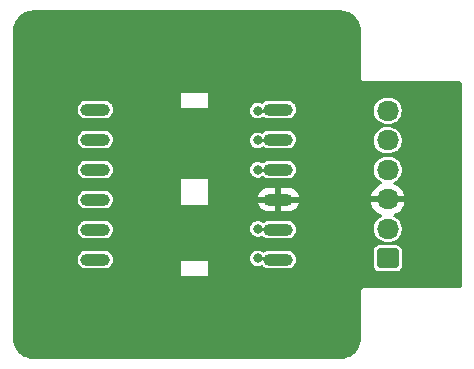
<source format=gbr>
%TF.GenerationSoftware,KiCad,Pcbnew,(6.0.2-0)*%
%TF.CreationDate,2022-03-06T07:34:13+00:00*%
%TF.ProjectId,L86,4c38362e-6b69-4636-9164-5f7063625858,rev?*%
%TF.SameCoordinates,Original*%
%TF.FileFunction,Copper,L1,Top*%
%TF.FilePolarity,Positive*%
%FSLAX46Y46*%
G04 Gerber Fmt 4.6, Leading zero omitted, Abs format (unit mm)*
G04 Created by KiCad (PCBNEW (6.0.2-0)) date 2022-03-06 07:34:13*
%MOMM*%
%LPD*%
G01*
G04 APERTURE LIST*
G04 Aperture macros list*
%AMRoundRect*
0 Rectangle with rounded corners*
0 $1 Rounding radius*
0 $2 $3 $4 $5 $6 $7 $8 $9 X,Y pos of 4 corners*
0 Add a 4 corners polygon primitive as box body*
4,1,4,$2,$3,$4,$5,$6,$7,$8,$9,$2,$3,0*
0 Add four circle primitives for the rounded corners*
1,1,$1+$1,$2,$3*
1,1,$1+$1,$4,$5*
1,1,$1+$1,$6,$7*
1,1,$1+$1,$8,$9*
0 Add four rect primitives between the rounded corners*
20,1,$1+$1,$2,$3,$4,$5,0*
20,1,$1+$1,$4,$5,$6,$7,0*
20,1,$1+$1,$6,$7,$8,$9,0*
20,1,$1+$1,$8,$9,$2,$3,0*%
G04 Aperture macros list end*
%TA.AperFunction,ComponentPad*%
%ADD10RoundRect,0.250000X0.675000X-0.600000X0.675000X0.600000X-0.675000X0.600000X-0.675000X-0.600000X0*%
%TD*%
%TA.AperFunction,ComponentPad*%
%ADD11O,1.850000X1.700000*%
%TD*%
%TA.AperFunction,SMDPad,CuDef*%
%ADD12RoundRect,0.500000X-0.750000X0.000000X0.750000X0.000000X0.750000X0.000000X-0.750000X0.000000X0*%
%TD*%
%TA.AperFunction,ViaPad*%
%ADD13C,0.800000*%
%TD*%
%TA.AperFunction,Conductor*%
%ADD14C,0.250000*%
%TD*%
G04 APERTURE END LIST*
D10*
%TO.P,J1,1,Pin_1*%
%TO.N,Net-(J1-Pad1)*%
X117000000Y-106250000D03*
D11*
%TO.P,J1,2,Pin_2*%
%TO.N,Net-(J1-Pad2)*%
X117000000Y-103750000D03*
%TO.P,J1,3,Pin_3*%
%TO.N,GND*%
X117000000Y-101250000D03*
%TO.P,J1,4,Pin_4*%
%TO.N,Net-(J1-Pad4)*%
X117000000Y-98750000D03*
%TO.P,J1,5,Pin_5*%
%TO.N,Net-(J1-Pad5)*%
X117000000Y-96250000D03*
%TO.P,J1,6,Pin_6*%
%TO.N,Net-(J1-Pad6)*%
X117000000Y-93750000D03*
%TD*%
D12*
%TO.P,U1,1,RXD1*%
%TO.N,Net-(J1-Pad1)*%
X107750000Y-106350000D03*
%TO.P,U1,2,TXD1*%
%TO.N,Net-(J1-Pad2)*%
X107750000Y-103810000D03*
%TO.P,U1,3,GND*%
%TO.N,GND*%
X107750000Y-101270000D03*
%TO.P,U1,4,VCC*%
%TO.N,Net-(J1-Pad4)*%
X107750000Y-98730000D03*
%TO.P,U1,5,V_BKCP*%
%TO.N,Net-(J1-Pad5)*%
X107750000Y-96190000D03*
%TO.P,U1,6,1PPS*%
%TO.N,Net-(J1-Pad6)*%
X107750000Y-93650000D03*
%TO.P,U1,7,FORCE_ON*%
%TO.N,unconnected-(U1-Pad7)*%
X92250000Y-93650000D03*
%TO.P,U1,8,AADET_N*%
%TO.N,unconnected-(U1-Pad8)*%
X92250000Y-96190000D03*
%TO.P,U1,9,NC*%
%TO.N,unconnected-(U1-Pad9)*%
X92250000Y-98730000D03*
%TO.P,U1,10,RESET*%
%TO.N,unconnected-(U1-Pad10)*%
X92250000Y-101270000D03*
%TO.P,U1,11,EX_ANT*%
%TO.N,unconnected-(U1-Pad11)*%
X92250000Y-103810000D03*
%TO.P,U1,12,GND*%
%TO.N,unconnected-(U1-Pad12)*%
X92250000Y-106350000D03*
%TD*%
D13*
%TO.N,Net-(J1-Pad1)*%
X106000000Y-106250000D03*
%TO.N,Net-(J1-Pad2)*%
X106000000Y-103750000D03*
%TO.N,Net-(J1-Pad4)*%
X106000000Y-98750000D03*
%TO.N,Net-(J1-Pad5)*%
X106000000Y-96250000D03*
%TO.N,Net-(J1-Pad6)*%
X106000000Y-93750000D03*
%TD*%
D14*
%TO.N,Net-(J1-Pad1)*%
X106000000Y-106250000D02*
X107650000Y-106250000D01*
X107650000Y-106250000D02*
X107750000Y-106350000D01*
%TO.N,Net-(J1-Pad2)*%
X106000000Y-103750000D02*
X107690000Y-103750000D01*
X107690000Y-103750000D02*
X107750000Y-103810000D01*
%TO.N,Net-(J1-Pad4)*%
X107730000Y-98750000D02*
X107750000Y-98730000D01*
X106000000Y-98750000D02*
X107730000Y-98750000D01*
%TO.N,Net-(J1-Pad5)*%
X107690000Y-96250000D02*
X107750000Y-96190000D01*
X106000000Y-96250000D02*
X107690000Y-96250000D01*
%TO.N,Net-(J1-Pad6)*%
X107650000Y-93750000D02*
X107750000Y-93650000D01*
X106000000Y-93750000D02*
X107650000Y-93750000D01*
%TD*%
%TA.AperFunction,Conductor*%
%TO.N,GND*%
G36*
X112987153Y-85256421D02*
G01*
X113000000Y-85258976D01*
X113012171Y-85256555D01*
X113024581Y-85256555D01*
X113024581Y-85257198D01*
X113035326Y-85256527D01*
X113239491Y-85271129D01*
X113257285Y-85273687D01*
X113483101Y-85322810D01*
X113500350Y-85327875D01*
X113583148Y-85358757D01*
X113716877Y-85408635D01*
X113733226Y-85416102D01*
X113936049Y-85526852D01*
X113951173Y-85536571D01*
X114136176Y-85675063D01*
X114149762Y-85686836D01*
X114313164Y-85850238D01*
X114324937Y-85863824D01*
X114463429Y-86048827D01*
X114473148Y-86063951D01*
X114583898Y-86266774D01*
X114591367Y-86283127D01*
X114672125Y-86499650D01*
X114677190Y-86516899D01*
X114726313Y-86742715D01*
X114728871Y-86760509D01*
X114743473Y-86964674D01*
X114742802Y-86975419D01*
X114743445Y-86975419D01*
X114743445Y-86987829D01*
X114741024Y-87000000D01*
X114743445Y-87012170D01*
X114743579Y-87012844D01*
X114746000Y-87037425D01*
X114746000Y-90962575D01*
X114743579Y-90987153D01*
X114741024Y-91000000D01*
X114746000Y-91025017D01*
X114760737Y-91099106D01*
X114816876Y-91183124D01*
X114900894Y-91239263D01*
X115000000Y-91258976D01*
X115012847Y-91256421D01*
X115037425Y-91254000D01*
X123120000Y-91254000D01*
X123188121Y-91274002D01*
X123234614Y-91327658D01*
X123246000Y-91380000D01*
X123246000Y-108620000D01*
X123225998Y-108688121D01*
X123172342Y-108734614D01*
X123120000Y-108746000D01*
X115037425Y-108746000D01*
X115012847Y-108743579D01*
X115000000Y-108741024D01*
X114987828Y-108743445D01*
X114974983Y-108746000D01*
X114900894Y-108760737D01*
X114816876Y-108816876D01*
X114760737Y-108900894D01*
X114741024Y-109000000D01*
X114743445Y-109012170D01*
X114743579Y-109012844D01*
X114746000Y-109037425D01*
X114746000Y-112962575D01*
X114743579Y-112987153D01*
X114741024Y-113000000D01*
X114743445Y-113012171D01*
X114743445Y-113024581D01*
X114742802Y-113024581D01*
X114743473Y-113035326D01*
X114728871Y-113239491D01*
X114726313Y-113257285D01*
X114677190Y-113483101D01*
X114672125Y-113500350D01*
X114591367Y-113716873D01*
X114583898Y-113733226D01*
X114473148Y-113936049D01*
X114463429Y-113951173D01*
X114324937Y-114136176D01*
X114313164Y-114149762D01*
X114149762Y-114313164D01*
X114136176Y-114324937D01*
X113951173Y-114463429D01*
X113936049Y-114473148D01*
X113733226Y-114583898D01*
X113716877Y-114591365D01*
X113583148Y-114641243D01*
X113500350Y-114672125D01*
X113483101Y-114677190D01*
X113257285Y-114726313D01*
X113239491Y-114728871D01*
X113035326Y-114743473D01*
X113024581Y-114742802D01*
X113024581Y-114743445D01*
X113012171Y-114743445D01*
X113000000Y-114741024D01*
X112987153Y-114743579D01*
X112962575Y-114746000D01*
X87037425Y-114746000D01*
X87012847Y-114743579D01*
X87000000Y-114741024D01*
X86987829Y-114743445D01*
X86975419Y-114743445D01*
X86975419Y-114742802D01*
X86964674Y-114743473D01*
X86760509Y-114728871D01*
X86742715Y-114726313D01*
X86516899Y-114677190D01*
X86499650Y-114672125D01*
X86416852Y-114641243D01*
X86283123Y-114591365D01*
X86266774Y-114583898D01*
X86063951Y-114473148D01*
X86048827Y-114463429D01*
X85863824Y-114324937D01*
X85850238Y-114313164D01*
X85686836Y-114149762D01*
X85675063Y-114136176D01*
X85536571Y-113951173D01*
X85526852Y-113936049D01*
X85416102Y-113733226D01*
X85408633Y-113716873D01*
X85327875Y-113500350D01*
X85322810Y-113483101D01*
X85273687Y-113257285D01*
X85271129Y-113239491D01*
X85256527Y-113035326D01*
X85257198Y-113024581D01*
X85256555Y-113024581D01*
X85256555Y-113012171D01*
X85258976Y-113000000D01*
X85256421Y-112987153D01*
X85254000Y-112962575D01*
X85254000Y-107750000D01*
X99500000Y-107750000D01*
X101750000Y-107750000D01*
X101750000Y-106500000D01*
X99500000Y-106500000D01*
X99500000Y-107750000D01*
X85254000Y-107750000D01*
X85254000Y-106400128D01*
X90745500Y-106400128D01*
X90756417Y-106505343D01*
X90758598Y-106511879D01*
X90758598Y-106511881D01*
X90804764Y-106650257D01*
X90812097Y-106672237D01*
X90904678Y-106821846D01*
X91029194Y-106946144D01*
X91178964Y-107038464D01*
X91185912Y-107040769D01*
X91185913Y-107040769D01*
X91339424Y-107091687D01*
X91339426Y-107091687D01*
X91345955Y-107093853D01*
X91449872Y-107104500D01*
X93050128Y-107104500D01*
X93053374Y-107104163D01*
X93053378Y-107104163D01*
X93148485Y-107094295D01*
X93148489Y-107094294D01*
X93155343Y-107093583D01*
X93161879Y-107091402D01*
X93161881Y-107091402D01*
X93300257Y-107045236D01*
X93322237Y-107037903D01*
X93461706Y-106951597D01*
X93465620Y-106949175D01*
X93465621Y-106949174D01*
X93471846Y-106945322D01*
X93596144Y-106820806D01*
X93688464Y-106671036D01*
X93728836Y-106549319D01*
X93741687Y-106510576D01*
X93741687Y-106510574D01*
X93743853Y-106504045D01*
X93754500Y-106400128D01*
X93754500Y-106299872D01*
X93754163Y-106296622D01*
X93748609Y-106243096D01*
X105340729Y-106243096D01*
X105358113Y-106400553D01*
X105360723Y-106407684D01*
X105360723Y-106407686D01*
X105399463Y-106513548D01*
X105412553Y-106549319D01*
X105416789Y-106555622D01*
X105416789Y-106555623D01*
X105495151Y-106672237D01*
X105500908Y-106680805D01*
X105618076Y-106787419D01*
X105757293Y-106863008D01*
X105910522Y-106903207D01*
X105994477Y-106904526D01*
X106061319Y-106905576D01*
X106061322Y-106905576D01*
X106068916Y-106905695D01*
X106223332Y-106870329D01*
X106294961Y-106834304D01*
X106364804Y-106821566D01*
X106430448Y-106848610D01*
X106440590Y-106857695D01*
X106529194Y-106946144D01*
X106678964Y-107038464D01*
X106685912Y-107040769D01*
X106685913Y-107040769D01*
X106839424Y-107091687D01*
X106839426Y-107091687D01*
X106845955Y-107093853D01*
X106949872Y-107104500D01*
X108550128Y-107104500D01*
X108553374Y-107104163D01*
X108553378Y-107104163D01*
X108648485Y-107094295D01*
X108648489Y-107094294D01*
X108655343Y-107093583D01*
X108661879Y-107091402D01*
X108661881Y-107091402D01*
X108800257Y-107045236D01*
X108822237Y-107037903D01*
X108961706Y-106951597D01*
X108965620Y-106949175D01*
X108965621Y-106949174D01*
X108971846Y-106945322D01*
X109019329Y-106897756D01*
X115820500Y-106897756D01*
X115820869Y-106901152D01*
X115820869Y-106901153D01*
X115821350Y-106905576D01*
X115827202Y-106959448D01*
X115877929Y-107094764D01*
X115883309Y-107101943D01*
X115883311Y-107101946D01*
X115949287Y-107189977D01*
X115964596Y-107210404D01*
X115971776Y-107215785D01*
X116073054Y-107291689D01*
X116073057Y-107291691D01*
X116080236Y-107297071D01*
X116169954Y-107330704D01*
X116208157Y-107345026D01*
X116208159Y-107345026D01*
X116215552Y-107347798D01*
X116223402Y-107348651D01*
X116223403Y-107348651D01*
X116273847Y-107354131D01*
X116277244Y-107354500D01*
X117722756Y-107354500D01*
X117726153Y-107354131D01*
X117776597Y-107348651D01*
X117776598Y-107348651D01*
X117784448Y-107347798D01*
X117791841Y-107345026D01*
X117791843Y-107345026D01*
X117830046Y-107330704D01*
X117919764Y-107297071D01*
X117926943Y-107291691D01*
X117926946Y-107291689D01*
X118028224Y-107215785D01*
X118035404Y-107210404D01*
X118050713Y-107189977D01*
X118116689Y-107101946D01*
X118116691Y-107101943D01*
X118122071Y-107094764D01*
X118172798Y-106959448D01*
X118178651Y-106905576D01*
X118179131Y-106901153D01*
X118179131Y-106901152D01*
X118179500Y-106897756D01*
X118179500Y-105602244D01*
X118172798Y-105540552D01*
X118122071Y-105405236D01*
X118116691Y-105398057D01*
X118116689Y-105398054D01*
X118040785Y-105296776D01*
X118035404Y-105289596D01*
X118014977Y-105274287D01*
X117926946Y-105208311D01*
X117926943Y-105208309D01*
X117919764Y-105202929D01*
X117830046Y-105169296D01*
X117791843Y-105154974D01*
X117791841Y-105154974D01*
X117784448Y-105152202D01*
X117776598Y-105151349D01*
X117776597Y-105151349D01*
X117726153Y-105145869D01*
X117726152Y-105145869D01*
X117722756Y-105145500D01*
X116277244Y-105145500D01*
X116273848Y-105145869D01*
X116273847Y-105145869D01*
X116223403Y-105151349D01*
X116223402Y-105151349D01*
X116215552Y-105152202D01*
X116208159Y-105154974D01*
X116208157Y-105154974D01*
X116169954Y-105169296D01*
X116080236Y-105202929D01*
X116073057Y-105208309D01*
X116073054Y-105208311D01*
X115985023Y-105274287D01*
X115964596Y-105289596D01*
X115959215Y-105296776D01*
X115883311Y-105398054D01*
X115883309Y-105398057D01*
X115877929Y-105405236D01*
X115827202Y-105540552D01*
X115820500Y-105602244D01*
X115820500Y-106897756D01*
X109019329Y-106897756D01*
X109096144Y-106820806D01*
X109188464Y-106671036D01*
X109228836Y-106549319D01*
X109241687Y-106510576D01*
X109241687Y-106510574D01*
X109243853Y-106504045D01*
X109254500Y-106400128D01*
X109254500Y-106299872D01*
X109254163Y-106296622D01*
X109244295Y-106201515D01*
X109244294Y-106201511D01*
X109243583Y-106194657D01*
X109187903Y-106027763D01*
X109095322Y-105878154D01*
X108970806Y-105753856D01*
X108821036Y-105661536D01*
X108814087Y-105659231D01*
X108660576Y-105608313D01*
X108660574Y-105608313D01*
X108654045Y-105606147D01*
X108550128Y-105595500D01*
X106949872Y-105595500D01*
X106946626Y-105595837D01*
X106946622Y-105595837D01*
X106851515Y-105605705D01*
X106851511Y-105605706D01*
X106844657Y-105606417D01*
X106838121Y-105608598D01*
X106838119Y-105608598D01*
X106757412Y-105635524D01*
X106677763Y-105662097D01*
X106671535Y-105665951D01*
X106671533Y-105665952D01*
X106627831Y-105692996D01*
X106548974Y-105741794D01*
X106480523Y-105760632D01*
X106412754Y-105739471D01*
X106398854Y-105728727D01*
X106381951Y-105713667D01*
X106381945Y-105713663D01*
X106376275Y-105708611D01*
X106368889Y-105704700D01*
X106242988Y-105638039D01*
X106242989Y-105638039D01*
X106236274Y-105634484D01*
X106082633Y-105595892D01*
X106075034Y-105595852D01*
X106075033Y-105595852D01*
X106009181Y-105595507D01*
X105924221Y-105595062D01*
X105916841Y-105596834D01*
X105916839Y-105596834D01*
X105777563Y-105630271D01*
X105777560Y-105630272D01*
X105770184Y-105632043D01*
X105629414Y-105704700D01*
X105510039Y-105808838D01*
X105418950Y-105938444D01*
X105416190Y-105945524D01*
X105386088Y-106022732D01*
X105361406Y-106086037D01*
X105360414Y-106093570D01*
X105360414Y-106093571D01*
X105347967Y-106188119D01*
X105340729Y-106243096D01*
X93748609Y-106243096D01*
X93744295Y-106201515D01*
X93744294Y-106201511D01*
X93743583Y-106194657D01*
X93687903Y-106027763D01*
X93595322Y-105878154D01*
X93470806Y-105753856D01*
X93321036Y-105661536D01*
X93314087Y-105659231D01*
X93160576Y-105608313D01*
X93160574Y-105608313D01*
X93154045Y-105606147D01*
X93050128Y-105595500D01*
X91449872Y-105595500D01*
X91446626Y-105595837D01*
X91446622Y-105595837D01*
X91351515Y-105605705D01*
X91351511Y-105605706D01*
X91344657Y-105606417D01*
X91338121Y-105608598D01*
X91338119Y-105608598D01*
X91257412Y-105635524D01*
X91177763Y-105662097D01*
X91171531Y-105665953D01*
X91171532Y-105665953D01*
X91035688Y-105750016D01*
X91028154Y-105754678D01*
X90903856Y-105879194D01*
X90811536Y-106028964D01*
X90809231Y-106035912D01*
X90809231Y-106035913D01*
X90790107Y-106093571D01*
X90756147Y-106195955D01*
X90745500Y-106299872D01*
X90745500Y-106400128D01*
X85254000Y-106400128D01*
X85254000Y-103860128D01*
X90745500Y-103860128D01*
X90745837Y-103863374D01*
X90745837Y-103863378D01*
X90750899Y-103912158D01*
X90756417Y-103965343D01*
X90812097Y-104132237D01*
X90904678Y-104281846D01*
X91029194Y-104406144D01*
X91178964Y-104498464D01*
X91185912Y-104500769D01*
X91185913Y-104500769D01*
X91339424Y-104551687D01*
X91339426Y-104551687D01*
X91345955Y-104553853D01*
X91449872Y-104564500D01*
X93050128Y-104564500D01*
X93053374Y-104564163D01*
X93053378Y-104564163D01*
X93148485Y-104554295D01*
X93148489Y-104554294D01*
X93155343Y-104553583D01*
X93161879Y-104551402D01*
X93161881Y-104551402D01*
X93300257Y-104505236D01*
X93322237Y-104497903D01*
X93379253Y-104462620D01*
X93465620Y-104409175D01*
X93465621Y-104409174D01*
X93471846Y-104405322D01*
X93596144Y-104280806D01*
X93688464Y-104131036D01*
X93695035Y-104111226D01*
X93741687Y-103970576D01*
X93741687Y-103970574D01*
X93743853Y-103964045D01*
X93754500Y-103860128D01*
X93754500Y-103759872D01*
X93753543Y-103750646D01*
X93752760Y-103743096D01*
X105340729Y-103743096D01*
X105342942Y-103763138D01*
X105354009Y-103863378D01*
X105358113Y-103900553D01*
X105360723Y-103907684D01*
X105360723Y-103907686D01*
X105401254Y-104018442D01*
X105412553Y-104049319D01*
X105416789Y-104055622D01*
X105416789Y-104055623D01*
X105468272Y-104132237D01*
X105500908Y-104180805D01*
X105506527Y-104185918D01*
X105506528Y-104185919D01*
X105605109Y-104275620D01*
X105618076Y-104287419D01*
X105757293Y-104363008D01*
X105910522Y-104403207D01*
X105994477Y-104404526D01*
X106061319Y-104405576D01*
X106061322Y-104405576D01*
X106068916Y-104405695D01*
X106223332Y-104370329D01*
X106245092Y-104359385D01*
X106321606Y-104320903D01*
X106391451Y-104308165D01*
X106457095Y-104335209D01*
X106467224Y-104344282D01*
X106529194Y-104406144D01*
X106678964Y-104498464D01*
X106685912Y-104500769D01*
X106685913Y-104500769D01*
X106839424Y-104551687D01*
X106839426Y-104551687D01*
X106845955Y-104553853D01*
X106949872Y-104564500D01*
X108550128Y-104564500D01*
X108553374Y-104564163D01*
X108553378Y-104564163D01*
X108648485Y-104554295D01*
X108648489Y-104554294D01*
X108655343Y-104553583D01*
X108661879Y-104551402D01*
X108661881Y-104551402D01*
X108800257Y-104505236D01*
X108822237Y-104497903D01*
X108879253Y-104462620D01*
X108965620Y-104409175D01*
X108965621Y-104409174D01*
X108971846Y-104405322D01*
X109096144Y-104280806D01*
X109188464Y-104131036D01*
X109195035Y-104111226D01*
X109241687Y-103970576D01*
X109241687Y-103970574D01*
X109243853Y-103964045D01*
X109254500Y-103860128D01*
X109254500Y-103759872D01*
X109253543Y-103750646D01*
X109244295Y-103661515D01*
X109244294Y-103661511D01*
X109243583Y-103654657D01*
X109187903Y-103487763D01*
X109095322Y-103338154D01*
X108970806Y-103213856D01*
X108821036Y-103121536D01*
X108788937Y-103110889D01*
X108660576Y-103068313D01*
X108660574Y-103068313D01*
X108654045Y-103066147D01*
X108550128Y-103055500D01*
X106949872Y-103055500D01*
X106946626Y-103055837D01*
X106946622Y-103055837D01*
X106851515Y-103065705D01*
X106851511Y-103065706D01*
X106844657Y-103066417D01*
X106838121Y-103068598D01*
X106838119Y-103068598D01*
X106750761Y-103097743D01*
X106677763Y-103122097D01*
X106528154Y-103214678D01*
X106527454Y-103213547D01*
X106468784Y-103237297D01*
X106399019Y-103224130D01*
X106384414Y-103215380D01*
X106381951Y-103213668D01*
X106376275Y-103208611D01*
X106236274Y-103134484D01*
X106082633Y-103095892D01*
X106075034Y-103095852D01*
X106075033Y-103095852D01*
X106009181Y-103095507D01*
X105924221Y-103095062D01*
X105916841Y-103096834D01*
X105916839Y-103096834D01*
X105777563Y-103130271D01*
X105777560Y-103130272D01*
X105770184Y-103132043D01*
X105629414Y-103204700D01*
X105510039Y-103308838D01*
X105418950Y-103438444D01*
X105361406Y-103586037D01*
X105360414Y-103593570D01*
X105360414Y-103593571D01*
X105346956Y-103695800D01*
X105340729Y-103743096D01*
X93752760Y-103743096D01*
X93744295Y-103661515D01*
X93744294Y-103661511D01*
X93743583Y-103654657D01*
X93687903Y-103487763D01*
X93595322Y-103338154D01*
X93470806Y-103213856D01*
X93321036Y-103121536D01*
X93288937Y-103110889D01*
X93160576Y-103068313D01*
X93160574Y-103068313D01*
X93154045Y-103066147D01*
X93050128Y-103055500D01*
X91449872Y-103055500D01*
X91446626Y-103055837D01*
X91446622Y-103055837D01*
X91351515Y-103065705D01*
X91351511Y-103065706D01*
X91344657Y-103066417D01*
X91338121Y-103068598D01*
X91338119Y-103068598D01*
X91250761Y-103097743D01*
X91177763Y-103122097D01*
X91157746Y-103134484D01*
X91035688Y-103210016D01*
X91028154Y-103214678D01*
X90903856Y-103339194D01*
X90811536Y-103488964D01*
X90756147Y-103655955D01*
X90745500Y-103759872D01*
X90745500Y-103860128D01*
X85254000Y-103860128D01*
X85254000Y-101320128D01*
X90745500Y-101320128D01*
X90756417Y-101425343D01*
X90812097Y-101592237D01*
X90904678Y-101741846D01*
X91029194Y-101866144D01*
X91178964Y-101958464D01*
X91185912Y-101960769D01*
X91185913Y-101960769D01*
X91339424Y-102011687D01*
X91339426Y-102011687D01*
X91345955Y-102013853D01*
X91449872Y-102024500D01*
X93050128Y-102024500D01*
X93053374Y-102024163D01*
X93053378Y-102024163D01*
X93148485Y-102014295D01*
X93148489Y-102014294D01*
X93155343Y-102013583D01*
X93161879Y-102011402D01*
X93161881Y-102011402D01*
X93300257Y-101965236D01*
X93322237Y-101957903D01*
X93403236Y-101907779D01*
X93465620Y-101869175D01*
X93465621Y-101869174D01*
X93471846Y-101865322D01*
X93586966Y-101750000D01*
X99500000Y-101750000D01*
X101750000Y-101750000D01*
X101750000Y-101543533D01*
X106026823Y-101543533D01*
X106030163Y-101560096D01*
X106033750Y-101571828D01*
X106104978Y-101742943D01*
X106110778Y-101753759D01*
X106213885Y-101907779D01*
X106221678Y-101917266D01*
X106352734Y-102048322D01*
X106362221Y-102056115D01*
X106516241Y-102159222D01*
X106527057Y-102165022D01*
X106698167Y-102236248D01*
X106709909Y-102239838D01*
X106893055Y-102276767D01*
X106902267Y-102277923D01*
X106905319Y-102278000D01*
X107477885Y-102278000D01*
X107493124Y-102273525D01*
X107494329Y-102272135D01*
X107496000Y-102264452D01*
X107496000Y-102259885D01*
X108004000Y-102259885D01*
X108008475Y-102275124D01*
X108009865Y-102276329D01*
X108017548Y-102278000D01*
X108594681Y-102278000D01*
X108597733Y-102277923D01*
X108606945Y-102276767D01*
X108790091Y-102239838D01*
X108801833Y-102236248D01*
X108972943Y-102165022D01*
X108983759Y-102159222D01*
X109137779Y-102056115D01*
X109147266Y-102048322D01*
X109278322Y-101917266D01*
X109286115Y-101907779D01*
X109389222Y-101753759D01*
X109395022Y-101742943D01*
X109466250Y-101571828D01*
X109469837Y-101560096D01*
X109473535Y-101541758D01*
X109472421Y-101528941D01*
X109457188Y-101524000D01*
X108022115Y-101524000D01*
X108006876Y-101528475D01*
X108005671Y-101529865D01*
X108004000Y-101537548D01*
X108004000Y-102259885D01*
X107496000Y-102259885D01*
X107496000Y-101542115D01*
X107491525Y-101526876D01*
X107490135Y-101525671D01*
X107482452Y-101524000D01*
X106041000Y-101524000D01*
X106028656Y-101527624D01*
X106026823Y-101543533D01*
X101750000Y-101543533D01*
X101750000Y-101518580D01*
X115593752Y-101518580D01*
X115618477Y-101636421D01*
X115621537Y-101646617D01*
X115702263Y-101851029D01*
X115706994Y-101860561D01*
X115821016Y-102048462D01*
X115827280Y-102057052D01*
X115971327Y-102223052D01*
X115978958Y-102230472D01*
X116148911Y-102369826D01*
X116157678Y-102375850D01*
X116348682Y-102484576D01*
X116358345Y-102489041D01*
X116440788Y-102518966D01*
X116497996Y-102561010D01*
X116523392Y-102627309D01*
X116508912Y-102696814D01*
X116455490Y-102749421D01*
X116325590Y-102816324D01*
X116320875Y-102820028D01*
X116164568Y-102942808D01*
X116164564Y-102942812D01*
X116159851Y-102946514D01*
X116155920Y-102951044D01*
X116155919Y-102951045D01*
X116025650Y-103101165D01*
X116025646Y-103101170D01*
X116021719Y-103105696D01*
X115916181Y-103288126D01*
X115847043Y-103487222D01*
X115846183Y-103493155D01*
X115846182Y-103493158D01*
X115817662Y-103689860D01*
X115816801Y-103695800D01*
X115826545Y-103906333D01*
X115875924Y-104111226D01*
X115878406Y-104116684D01*
X115878407Y-104116688D01*
X115888310Y-104138468D01*
X115963157Y-104303084D01*
X116085096Y-104474986D01*
X116237340Y-104620728D01*
X116242375Y-104623979D01*
X116409360Y-104731800D01*
X116409363Y-104731801D01*
X116414397Y-104735052D01*
X116609878Y-104813834D01*
X116732688Y-104837817D01*
X116812283Y-104853361D01*
X116812286Y-104853361D01*
X116816729Y-104854229D01*
X116822270Y-104854500D01*
X117127659Y-104854500D01*
X117284806Y-104839507D01*
X117487042Y-104780177D01*
X117570304Y-104737294D01*
X117669079Y-104686422D01*
X117669082Y-104686420D01*
X117674410Y-104683676D01*
X117750408Y-104623979D01*
X117835432Y-104557192D01*
X117835436Y-104557188D01*
X117840149Y-104553486D01*
X117885895Y-104500769D01*
X117974350Y-104398835D01*
X117974354Y-104398830D01*
X117978281Y-104394304D01*
X118083819Y-104211874D01*
X118152957Y-104012778D01*
X118161016Y-103957200D01*
X118182338Y-103810140D01*
X118182338Y-103810137D01*
X118183199Y-103804200D01*
X118173455Y-103593667D01*
X118149897Y-103495913D01*
X118125482Y-103394607D01*
X118125481Y-103394605D01*
X118124076Y-103388774D01*
X118101061Y-103338154D01*
X118055203Y-103237297D01*
X118036843Y-103196916D01*
X117914904Y-103025014D01*
X117762660Y-102879272D01*
X117665171Y-102816324D01*
X117590640Y-102768200D01*
X117590637Y-102768199D01*
X117585603Y-102764948D01*
X117575643Y-102760934D01*
X117560226Y-102754720D01*
X117504521Y-102710704D01*
X117481456Y-102643558D01*
X117498354Y-102574602D01*
X117555576Y-102522973D01*
X117732970Y-102443063D01*
X117742256Y-102437894D01*
X117924575Y-102315150D01*
X117932870Y-102308481D01*
X118091900Y-102156772D01*
X118098941Y-102148814D01*
X118230141Y-101972475D01*
X118235745Y-101963438D01*
X118335357Y-101767516D01*
X118339357Y-101757665D01*
X118404534Y-101547760D01*
X118406817Y-101537376D01*
X118408861Y-101521957D01*
X118406665Y-101507793D01*
X118393478Y-101504000D01*
X115608808Y-101504000D01*
X115595277Y-101507973D01*
X115593752Y-101518580D01*
X101750000Y-101518580D01*
X101750000Y-100998242D01*
X106026465Y-100998242D01*
X106027579Y-101011059D01*
X106042812Y-101016000D01*
X107477885Y-101016000D01*
X107493124Y-101011525D01*
X107494329Y-101010135D01*
X107496000Y-101002452D01*
X107496000Y-100997885D01*
X108004000Y-100997885D01*
X108008475Y-101013124D01*
X108009865Y-101014329D01*
X108017548Y-101016000D01*
X109459000Y-101016000D01*
X109471344Y-101012376D01*
X109473177Y-100996467D01*
X109469837Y-100979904D01*
X109469268Y-100978043D01*
X115591139Y-100978043D01*
X115593335Y-100992207D01*
X115606522Y-100996000D01*
X118391192Y-100996000D01*
X118404723Y-100992027D01*
X118406248Y-100981420D01*
X118381523Y-100863579D01*
X118378463Y-100853383D01*
X118297737Y-100648971D01*
X118293006Y-100639439D01*
X118178984Y-100451538D01*
X118172720Y-100442948D01*
X118028673Y-100276948D01*
X118021042Y-100269528D01*
X117851089Y-100130174D01*
X117842322Y-100124150D01*
X117651318Y-100015424D01*
X117641655Y-100010959D01*
X117559212Y-99981034D01*
X117502004Y-99938990D01*
X117476608Y-99872691D01*
X117491088Y-99803186D01*
X117544510Y-99750579D01*
X117545350Y-99750147D01*
X117674410Y-99683676D01*
X117750408Y-99623979D01*
X117835432Y-99557192D01*
X117835436Y-99557188D01*
X117840149Y-99553486D01*
X117882679Y-99504475D01*
X117974350Y-99398835D01*
X117974354Y-99398830D01*
X117978281Y-99394304D01*
X118083819Y-99211874D01*
X118152957Y-99012778D01*
X118168195Y-98907686D01*
X118182338Y-98810140D01*
X118182338Y-98810137D01*
X118183199Y-98804200D01*
X118173455Y-98593667D01*
X118170527Y-98581515D01*
X118125482Y-98394607D01*
X118125481Y-98394605D01*
X118124076Y-98388774D01*
X118090557Y-98315052D01*
X118058900Y-98245428D01*
X118036843Y-98196916D01*
X117914904Y-98025014D01*
X117762660Y-97879272D01*
X117660918Y-97813578D01*
X117590640Y-97768200D01*
X117590637Y-97768199D01*
X117585603Y-97764948D01*
X117390122Y-97686166D01*
X117255739Y-97659923D01*
X117187717Y-97646639D01*
X117187714Y-97646639D01*
X117183271Y-97645771D01*
X117177730Y-97645500D01*
X116872341Y-97645500D01*
X116715194Y-97660493D01*
X116512958Y-97719823D01*
X116507619Y-97722573D01*
X116330921Y-97813578D01*
X116330918Y-97813580D01*
X116325590Y-97816324D01*
X116320875Y-97820028D01*
X116164568Y-97942808D01*
X116164564Y-97942812D01*
X116159851Y-97946514D01*
X116155920Y-97951044D01*
X116155919Y-97951045D01*
X116025650Y-98101165D01*
X116025646Y-98101170D01*
X116021719Y-98105696D01*
X115916181Y-98288126D01*
X115847043Y-98487222D01*
X115846183Y-98493155D01*
X115846182Y-98493158D01*
X115819574Y-98676673D01*
X115816801Y-98695800D01*
X115826545Y-98906333D01*
X115827949Y-98912158D01*
X115859744Y-99044087D01*
X115875924Y-99111226D01*
X115963157Y-99303084D01*
X116085096Y-99474986D01*
X116237340Y-99620728D01*
X116242375Y-99623979D01*
X116409360Y-99731800D01*
X116409363Y-99731801D01*
X116414397Y-99735052D01*
X116419963Y-99737295D01*
X116439774Y-99745280D01*
X116495479Y-99789296D01*
X116518544Y-99856442D01*
X116501646Y-99925398D01*
X116444424Y-99977027D01*
X116267030Y-100056937D01*
X116257744Y-100062106D01*
X116075425Y-100184850D01*
X116067130Y-100191519D01*
X115908100Y-100343228D01*
X115901059Y-100351186D01*
X115769859Y-100527525D01*
X115764255Y-100536562D01*
X115664643Y-100732484D01*
X115660643Y-100742335D01*
X115595466Y-100952240D01*
X115593183Y-100962624D01*
X115591139Y-100978043D01*
X109469268Y-100978043D01*
X109466250Y-100968172D01*
X109395022Y-100797057D01*
X109389222Y-100786241D01*
X109286115Y-100632221D01*
X109278322Y-100622734D01*
X109147266Y-100491678D01*
X109137779Y-100483885D01*
X108983759Y-100380778D01*
X108972943Y-100374978D01*
X108801833Y-100303752D01*
X108790091Y-100300162D01*
X108606945Y-100263233D01*
X108597733Y-100262077D01*
X108594681Y-100262000D01*
X108022115Y-100262000D01*
X108006876Y-100266475D01*
X108005671Y-100267865D01*
X108004000Y-100275548D01*
X108004000Y-100997885D01*
X107496000Y-100997885D01*
X107496000Y-100280115D01*
X107491525Y-100264876D01*
X107490135Y-100263671D01*
X107482452Y-100262000D01*
X106905319Y-100262000D01*
X106902267Y-100262077D01*
X106893055Y-100263233D01*
X106709909Y-100300162D01*
X106698167Y-100303752D01*
X106527057Y-100374978D01*
X106516241Y-100380778D01*
X106362221Y-100483885D01*
X106352734Y-100491678D01*
X106221678Y-100622734D01*
X106213885Y-100632221D01*
X106110778Y-100786241D01*
X106104978Y-100797057D01*
X106033750Y-100968172D01*
X106030163Y-100979904D01*
X106026465Y-100998242D01*
X101750000Y-100998242D01*
X101750000Y-99500000D01*
X99500000Y-99500000D01*
X99500000Y-101750000D01*
X93586966Y-101750000D01*
X93596144Y-101740806D01*
X93688464Y-101591036D01*
X93694835Y-101571828D01*
X93741687Y-101430576D01*
X93741687Y-101430574D01*
X93743853Y-101424045D01*
X93754500Y-101320128D01*
X93754500Y-101219872D01*
X93743583Y-101114657D01*
X93687903Y-100947763D01*
X93595322Y-100798154D01*
X93470806Y-100673856D01*
X93321036Y-100581536D01*
X93314087Y-100579231D01*
X93160576Y-100528313D01*
X93160574Y-100528313D01*
X93154045Y-100526147D01*
X93050128Y-100515500D01*
X91449872Y-100515500D01*
X91446626Y-100515837D01*
X91446622Y-100515837D01*
X91351515Y-100525705D01*
X91351511Y-100525706D01*
X91344657Y-100526417D01*
X91338121Y-100528598D01*
X91338119Y-100528598D01*
X91199743Y-100574764D01*
X91177763Y-100582097D01*
X91171531Y-100585953D01*
X91171532Y-100585953D01*
X91035688Y-100670016D01*
X91028154Y-100674678D01*
X90903856Y-100799194D01*
X90811536Y-100948964D01*
X90809231Y-100955912D01*
X90809231Y-100955913D01*
X90793795Y-101002452D01*
X90756147Y-101115955D01*
X90745500Y-101219872D01*
X90745500Y-101320128D01*
X85254000Y-101320128D01*
X85254000Y-98780128D01*
X90745500Y-98780128D01*
X90745837Y-98783374D01*
X90745837Y-98783378D01*
X90747998Y-98804200D01*
X90756417Y-98885343D01*
X90758598Y-98891879D01*
X90758598Y-98891881D01*
X90761491Y-98900553D01*
X90812097Y-99052237D01*
X90904678Y-99201846D01*
X91029194Y-99326144D01*
X91178964Y-99418464D01*
X91185912Y-99420769D01*
X91185913Y-99420769D01*
X91339424Y-99471687D01*
X91339426Y-99471687D01*
X91345955Y-99473853D01*
X91449872Y-99484500D01*
X93050128Y-99484500D01*
X93053374Y-99484163D01*
X93053378Y-99484163D01*
X93148485Y-99474295D01*
X93148489Y-99474294D01*
X93155343Y-99473583D01*
X93161879Y-99471402D01*
X93161881Y-99471402D01*
X93300257Y-99425236D01*
X93322237Y-99417903D01*
X93416801Y-99359385D01*
X93465620Y-99329175D01*
X93465621Y-99329174D01*
X93471846Y-99325322D01*
X93596144Y-99200806D01*
X93688464Y-99051036D01*
X93736012Y-98907686D01*
X93741687Y-98890576D01*
X93741687Y-98890574D01*
X93743853Y-98884045D01*
X93754500Y-98780128D01*
X93754500Y-98743096D01*
X105340729Y-98743096D01*
X105346813Y-98798203D01*
X105357156Y-98891881D01*
X105358113Y-98900553D01*
X105360723Y-98907684D01*
X105360723Y-98907686D01*
X105401254Y-99018442D01*
X105412553Y-99049319D01*
X105416789Y-99055622D01*
X105416789Y-99055623D01*
X105417895Y-99057268D01*
X105500908Y-99180805D01*
X105506527Y-99185918D01*
X105506528Y-99185919D01*
X105612460Y-99282309D01*
X105618076Y-99287419D01*
X105757293Y-99363008D01*
X105910522Y-99403207D01*
X105994477Y-99404526D01*
X106061319Y-99405576D01*
X106061322Y-99405576D01*
X106068916Y-99405695D01*
X106223332Y-99370329D01*
X106364855Y-99299151D01*
X106365002Y-99299444D01*
X106428610Y-99279707D01*
X106497029Y-99298666D01*
X106519548Y-99316515D01*
X106529194Y-99326144D01*
X106678964Y-99418464D01*
X106685912Y-99420769D01*
X106685913Y-99420769D01*
X106839424Y-99471687D01*
X106839426Y-99471687D01*
X106845955Y-99473853D01*
X106949872Y-99484500D01*
X108550128Y-99484500D01*
X108553374Y-99484163D01*
X108553378Y-99484163D01*
X108648485Y-99474295D01*
X108648489Y-99474294D01*
X108655343Y-99473583D01*
X108661879Y-99471402D01*
X108661881Y-99471402D01*
X108800257Y-99425236D01*
X108822237Y-99417903D01*
X108916801Y-99359385D01*
X108965620Y-99329175D01*
X108965621Y-99329174D01*
X108971846Y-99325322D01*
X109096144Y-99200806D01*
X109188464Y-99051036D01*
X109236012Y-98907686D01*
X109241687Y-98890576D01*
X109241687Y-98890574D01*
X109243853Y-98884045D01*
X109254500Y-98780128D01*
X109254500Y-98679872D01*
X109246177Y-98599656D01*
X109244295Y-98581515D01*
X109244294Y-98581511D01*
X109243583Y-98574657D01*
X109187903Y-98407763D01*
X109095322Y-98258154D01*
X108970806Y-98133856D01*
X108821036Y-98041536D01*
X108785955Y-98029900D01*
X108660576Y-97988313D01*
X108660574Y-97988313D01*
X108654045Y-97986147D01*
X108550128Y-97975500D01*
X106949872Y-97975500D01*
X106946626Y-97975837D01*
X106946622Y-97975837D01*
X106851515Y-97985705D01*
X106851511Y-97985706D01*
X106844657Y-97986417D01*
X106838121Y-97988598D01*
X106838119Y-97988598D01*
X106741382Y-98020872D01*
X106677763Y-98042097D01*
X106528154Y-98134678D01*
X106493162Y-98169732D01*
X106430881Y-98203811D01*
X106360061Y-98198809D01*
X106345041Y-98192073D01*
X106236274Y-98134484D01*
X106082633Y-98095892D01*
X106075034Y-98095852D01*
X106075033Y-98095852D01*
X106009181Y-98095507D01*
X105924221Y-98095062D01*
X105916841Y-98096834D01*
X105916839Y-98096834D01*
X105777563Y-98130271D01*
X105777560Y-98130272D01*
X105770184Y-98132043D01*
X105629414Y-98204700D01*
X105510039Y-98308838D01*
X105418950Y-98438444D01*
X105416190Y-98445524D01*
X105365337Y-98575955D01*
X105361406Y-98586037D01*
X105360414Y-98593570D01*
X105360414Y-98593571D01*
X105346956Y-98695800D01*
X105340729Y-98743096D01*
X93754500Y-98743096D01*
X93754500Y-98679872D01*
X93746177Y-98599656D01*
X93744295Y-98581515D01*
X93744294Y-98581511D01*
X93743583Y-98574657D01*
X93687903Y-98407763D01*
X93595322Y-98258154D01*
X93470806Y-98133856D01*
X93321036Y-98041536D01*
X93285955Y-98029900D01*
X93160576Y-97988313D01*
X93160574Y-97988313D01*
X93154045Y-97986147D01*
X93050128Y-97975500D01*
X91449872Y-97975500D01*
X91446626Y-97975837D01*
X91446622Y-97975837D01*
X91351515Y-97985705D01*
X91351511Y-97985706D01*
X91344657Y-97986417D01*
X91338121Y-97988598D01*
X91338119Y-97988598D01*
X91241382Y-98020872D01*
X91177763Y-98042097D01*
X91171531Y-98045953D01*
X91171532Y-98045953D01*
X91035276Y-98130271D01*
X91028154Y-98134678D01*
X90903856Y-98259194D01*
X90811536Y-98408964D01*
X90809231Y-98415912D01*
X90809231Y-98415913D01*
X90803820Y-98432228D01*
X90756147Y-98575955D01*
X90745500Y-98679872D01*
X90745500Y-98780128D01*
X85254000Y-98780128D01*
X85254000Y-96240128D01*
X90745500Y-96240128D01*
X90745837Y-96243374D01*
X90745837Y-96243378D01*
X90751526Y-96298203D01*
X90756417Y-96345343D01*
X90758598Y-96351879D01*
X90758598Y-96351881D01*
X90774767Y-96400344D01*
X90812097Y-96512237D01*
X90904678Y-96661846D01*
X91029194Y-96786144D01*
X91178964Y-96878464D01*
X91185912Y-96880769D01*
X91185913Y-96880769D01*
X91339424Y-96931687D01*
X91339426Y-96931687D01*
X91345955Y-96933853D01*
X91449872Y-96944500D01*
X93050128Y-96944500D01*
X93053374Y-96944163D01*
X93053378Y-96944163D01*
X93148485Y-96934295D01*
X93148489Y-96934294D01*
X93155343Y-96933583D01*
X93161879Y-96931402D01*
X93161881Y-96931402D01*
X93300257Y-96885236D01*
X93322237Y-96877903D01*
X93443143Y-96803084D01*
X93465620Y-96789175D01*
X93465621Y-96789174D01*
X93471846Y-96785322D01*
X93596144Y-96660806D01*
X93688464Y-96511036D01*
X93743853Y-96344045D01*
X93754196Y-96243096D01*
X105340729Y-96243096D01*
X105341563Y-96250646D01*
X105352018Y-96345343D01*
X105358113Y-96400553D01*
X105360723Y-96407684D01*
X105360723Y-96407686D01*
X105401254Y-96518442D01*
X105412553Y-96549319D01*
X105500908Y-96680805D01*
X105506527Y-96685918D01*
X105506528Y-96685919D01*
X105540763Y-96717070D01*
X105618076Y-96787419D01*
X105757293Y-96863008D01*
X105910522Y-96903207D01*
X105994477Y-96904526D01*
X106061319Y-96905576D01*
X106061322Y-96905576D01*
X106068916Y-96905695D01*
X106223332Y-96870329D01*
X106364855Y-96799151D01*
X106373681Y-96791613D01*
X106376352Y-96790416D01*
X106376956Y-96790015D01*
X106377023Y-96790116D01*
X106438472Y-96762583D01*
X106508671Y-96773190D01*
X106528373Y-96785324D01*
X106529194Y-96786144D01*
X106678964Y-96878464D01*
X106685912Y-96880769D01*
X106685913Y-96880769D01*
X106839424Y-96931687D01*
X106839426Y-96931687D01*
X106845955Y-96933853D01*
X106949872Y-96944500D01*
X108550128Y-96944500D01*
X108553374Y-96944163D01*
X108553378Y-96944163D01*
X108648485Y-96934295D01*
X108648489Y-96934294D01*
X108655343Y-96933583D01*
X108661879Y-96931402D01*
X108661881Y-96931402D01*
X108800257Y-96885236D01*
X108822237Y-96877903D01*
X108943143Y-96803084D01*
X108965620Y-96789175D01*
X108965621Y-96789174D01*
X108971846Y-96785322D01*
X109096144Y-96660806D01*
X109188464Y-96511036D01*
X109243853Y-96344045D01*
X109254500Y-96240128D01*
X109254500Y-96195800D01*
X115816801Y-96195800D01*
X115826545Y-96406333D01*
X115875924Y-96611226D01*
X115878406Y-96616684D01*
X115878407Y-96616688D01*
X115904693Y-96674500D01*
X115963157Y-96803084D01*
X116085096Y-96974986D01*
X116237340Y-97120728D01*
X116242375Y-97123979D01*
X116409360Y-97231800D01*
X116409363Y-97231801D01*
X116414397Y-97235052D01*
X116609878Y-97313834D01*
X116732688Y-97337817D01*
X116812283Y-97353361D01*
X116812286Y-97353361D01*
X116816729Y-97354229D01*
X116822270Y-97354500D01*
X117127659Y-97354500D01*
X117284806Y-97339507D01*
X117487042Y-97280177D01*
X117570304Y-97237294D01*
X117669079Y-97186422D01*
X117669082Y-97186420D01*
X117674410Y-97183676D01*
X117750408Y-97123979D01*
X117835432Y-97057192D01*
X117835436Y-97057188D01*
X117840149Y-97053486D01*
X117904674Y-96979128D01*
X117974350Y-96898835D01*
X117974354Y-96898830D01*
X117978281Y-96894304D01*
X118083819Y-96711874D01*
X118152957Y-96512778D01*
X118168195Y-96407686D01*
X118182338Y-96310140D01*
X118182338Y-96310137D01*
X118183199Y-96304200D01*
X118173455Y-96093667D01*
X118160887Y-96041515D01*
X118125482Y-95894607D01*
X118125481Y-95894605D01*
X118124076Y-95888774D01*
X118118229Y-95875913D01*
X118046499Y-95718154D01*
X118036843Y-95696916D01*
X117914904Y-95525014D01*
X117762660Y-95379272D01*
X117660918Y-95313578D01*
X117590640Y-95268200D01*
X117590637Y-95268199D01*
X117585603Y-95264948D01*
X117390122Y-95186166D01*
X117255739Y-95159923D01*
X117187717Y-95146639D01*
X117187714Y-95146639D01*
X117183271Y-95145771D01*
X117177730Y-95145500D01*
X116872341Y-95145500D01*
X116715194Y-95160493D01*
X116512958Y-95219823D01*
X116507619Y-95222573D01*
X116330921Y-95313578D01*
X116330918Y-95313580D01*
X116325590Y-95316324D01*
X116320875Y-95320028D01*
X116164568Y-95442808D01*
X116164564Y-95442812D01*
X116159851Y-95446514D01*
X116155920Y-95451044D01*
X116155919Y-95451045D01*
X116025650Y-95601165D01*
X116025646Y-95601170D01*
X116021719Y-95605696D01*
X115916181Y-95788126D01*
X115847043Y-95987222D01*
X115846183Y-95993155D01*
X115846182Y-95993158D01*
X115817662Y-96189860D01*
X115816801Y-96195800D01*
X109254500Y-96195800D01*
X109254500Y-96139872D01*
X109254163Y-96136622D01*
X109244295Y-96041515D01*
X109244294Y-96041511D01*
X109243583Y-96034657D01*
X109187903Y-95867763D01*
X109095322Y-95718154D01*
X108970806Y-95593856D01*
X108821036Y-95501536D01*
X108814087Y-95499231D01*
X108660576Y-95448313D01*
X108660574Y-95448313D01*
X108654045Y-95446147D01*
X108550128Y-95435500D01*
X106949872Y-95435500D01*
X106946626Y-95435837D01*
X106946622Y-95435837D01*
X106851515Y-95445705D01*
X106851511Y-95445706D01*
X106844657Y-95446417D01*
X106838121Y-95448598D01*
X106838119Y-95448598D01*
X106699743Y-95494764D01*
X106677763Y-95502097D01*
X106671531Y-95505953D01*
X106671532Y-95505953D01*
X106535688Y-95590016D01*
X106528154Y-95594678D01*
X106522980Y-95599861D01*
X106467040Y-95655899D01*
X106404758Y-95689979D01*
X106333938Y-95684976D01*
X106318913Y-95678239D01*
X106236274Y-95634484D01*
X106082633Y-95595892D01*
X106075034Y-95595852D01*
X106075033Y-95595852D01*
X106009181Y-95595507D01*
X105924221Y-95595062D01*
X105916841Y-95596834D01*
X105916839Y-95596834D01*
X105777563Y-95630271D01*
X105777560Y-95630272D01*
X105770184Y-95632043D01*
X105629414Y-95704700D01*
X105510039Y-95808838D01*
X105418950Y-95938444D01*
X105361406Y-96086037D01*
X105360414Y-96093570D01*
X105360414Y-96093571D01*
X105346956Y-96195800D01*
X105340729Y-96243096D01*
X93754196Y-96243096D01*
X93754500Y-96240128D01*
X93754500Y-96139872D01*
X93754163Y-96136622D01*
X93744295Y-96041515D01*
X93744294Y-96041511D01*
X93743583Y-96034657D01*
X93687903Y-95867763D01*
X93595322Y-95718154D01*
X93470806Y-95593856D01*
X93321036Y-95501536D01*
X93314087Y-95499231D01*
X93160576Y-95448313D01*
X93160574Y-95448313D01*
X93154045Y-95446147D01*
X93050128Y-95435500D01*
X91449872Y-95435500D01*
X91446626Y-95435837D01*
X91446622Y-95435837D01*
X91351515Y-95445705D01*
X91351511Y-95445706D01*
X91344657Y-95446417D01*
X91338121Y-95448598D01*
X91338119Y-95448598D01*
X91199743Y-95494764D01*
X91177763Y-95502097D01*
X91171531Y-95505953D01*
X91171532Y-95505953D01*
X91035688Y-95590016D01*
X91028154Y-95594678D01*
X90903856Y-95719194D01*
X90811536Y-95868964D01*
X90809231Y-95875912D01*
X90809231Y-95875913D01*
X90803031Y-95894607D01*
X90756147Y-96035955D01*
X90745500Y-96139872D01*
X90745500Y-96240128D01*
X85254000Y-96240128D01*
X85254000Y-93700128D01*
X90745500Y-93700128D01*
X90745837Y-93703374D01*
X90745837Y-93703378D01*
X90750742Y-93750646D01*
X90756417Y-93805343D01*
X90758598Y-93811879D01*
X90758598Y-93811881D01*
X90788112Y-93900344D01*
X90812097Y-93972237D01*
X90815953Y-93978468D01*
X90894497Y-94105393D01*
X90904678Y-94121846D01*
X91029194Y-94246144D01*
X91178964Y-94338464D01*
X91185912Y-94340769D01*
X91185913Y-94340769D01*
X91339424Y-94391687D01*
X91339426Y-94391687D01*
X91345955Y-94393853D01*
X91449872Y-94404500D01*
X93050128Y-94404500D01*
X93053374Y-94404163D01*
X93053378Y-94404163D01*
X93148485Y-94394295D01*
X93148489Y-94394294D01*
X93155343Y-94393583D01*
X93161879Y-94391402D01*
X93161881Y-94391402D01*
X93300257Y-94345236D01*
X93322237Y-94337903D01*
X93387319Y-94297629D01*
X93465620Y-94249175D01*
X93465621Y-94249174D01*
X93471846Y-94245322D01*
X93596144Y-94120806D01*
X93688464Y-93971036D01*
X93707993Y-93912158D01*
X93741687Y-93810576D01*
X93741687Y-93810574D01*
X93743853Y-93804045D01*
X93750098Y-93743096D01*
X105340729Y-93743096D01*
X105358113Y-93900553D01*
X105360723Y-93907684D01*
X105360723Y-93907686D01*
X105401254Y-94018442D01*
X105412553Y-94049319D01*
X105500908Y-94180805D01*
X105506527Y-94185918D01*
X105506528Y-94185919D01*
X105597992Y-94269144D01*
X105618076Y-94287419D01*
X105757293Y-94363008D01*
X105910522Y-94403207D01*
X105994477Y-94404526D01*
X106061319Y-94405576D01*
X106061322Y-94405576D01*
X106068916Y-94405695D01*
X106223332Y-94370329D01*
X106364855Y-94299151D01*
X106399989Y-94269143D01*
X106464778Y-94240114D01*
X106534978Y-94250719D01*
X106547934Y-94257696D01*
X106587864Y-94282309D01*
X106678964Y-94338464D01*
X106685912Y-94340769D01*
X106685913Y-94340769D01*
X106839424Y-94391687D01*
X106839426Y-94391687D01*
X106845955Y-94393853D01*
X106949872Y-94404500D01*
X108550128Y-94404500D01*
X108553374Y-94404163D01*
X108553378Y-94404163D01*
X108648485Y-94394295D01*
X108648489Y-94394294D01*
X108655343Y-94393583D01*
X108661879Y-94391402D01*
X108661881Y-94391402D01*
X108800257Y-94345236D01*
X108822237Y-94337903D01*
X108887319Y-94297629D01*
X108965620Y-94249175D01*
X108965621Y-94249174D01*
X108971846Y-94245322D01*
X109096144Y-94120806D01*
X109188464Y-93971036D01*
X109207993Y-93912158D01*
X109241687Y-93810576D01*
X109241687Y-93810574D01*
X109243853Y-93804045D01*
X109254500Y-93700128D01*
X109254500Y-93695800D01*
X115816801Y-93695800D01*
X115826545Y-93906333D01*
X115875924Y-94111226D01*
X115878406Y-94116684D01*
X115878407Y-94116688D01*
X115904693Y-94174500D01*
X115963157Y-94303084D01*
X116085096Y-94474986D01*
X116237340Y-94620728D01*
X116242375Y-94623979D01*
X116409360Y-94731800D01*
X116409363Y-94731801D01*
X116414397Y-94735052D01*
X116609878Y-94813834D01*
X116732688Y-94837817D01*
X116812283Y-94853361D01*
X116812286Y-94853361D01*
X116816729Y-94854229D01*
X116822270Y-94854500D01*
X117127659Y-94854500D01*
X117284806Y-94839507D01*
X117487042Y-94780177D01*
X117570304Y-94737294D01*
X117669079Y-94686422D01*
X117669082Y-94686420D01*
X117674410Y-94683676D01*
X117750408Y-94623979D01*
X117835432Y-94557192D01*
X117835436Y-94557188D01*
X117840149Y-94553486D01*
X117904674Y-94479128D01*
X117974350Y-94398835D01*
X117974354Y-94398830D01*
X117978281Y-94394304D01*
X118083819Y-94211874D01*
X118152957Y-94012778D01*
X118159010Y-93971036D01*
X118182338Y-93810140D01*
X118182338Y-93810137D01*
X118183199Y-93804200D01*
X118173455Y-93593667D01*
X118151247Y-93501515D01*
X118125482Y-93394607D01*
X118125481Y-93394605D01*
X118124076Y-93388774D01*
X118100042Y-93335913D01*
X118044631Y-93214045D01*
X118036843Y-93196916D01*
X117914904Y-93025014D01*
X117762660Y-92879272D01*
X117660918Y-92813578D01*
X117590640Y-92768200D01*
X117590637Y-92768199D01*
X117585603Y-92764948D01*
X117390122Y-92686166D01*
X117255739Y-92659923D01*
X117187717Y-92646639D01*
X117187714Y-92646639D01*
X117183271Y-92645771D01*
X117177730Y-92645500D01*
X116872341Y-92645500D01*
X116715194Y-92660493D01*
X116512958Y-92719823D01*
X116507619Y-92722573D01*
X116330921Y-92813578D01*
X116330918Y-92813580D01*
X116325590Y-92816324D01*
X116320875Y-92820028D01*
X116164568Y-92942808D01*
X116164564Y-92942812D01*
X116159851Y-92946514D01*
X116155920Y-92951044D01*
X116155919Y-92951045D01*
X116025650Y-93101165D01*
X116025646Y-93101170D01*
X116021719Y-93105696D01*
X115916181Y-93288126D01*
X115847043Y-93487222D01*
X115846183Y-93493155D01*
X115846182Y-93493158D01*
X115830243Y-93603090D01*
X115816801Y-93695800D01*
X109254500Y-93695800D01*
X109254500Y-93599872D01*
X109253252Y-93587840D01*
X109244295Y-93501515D01*
X109244294Y-93501511D01*
X109243583Y-93494657D01*
X109241103Y-93487222D01*
X109190221Y-93334711D01*
X109187903Y-93327763D01*
X109117532Y-93214045D01*
X109099175Y-93184380D01*
X109099174Y-93184379D01*
X109095322Y-93178154D01*
X108970806Y-93053856D01*
X108821036Y-92961536D01*
X108775747Y-92946514D01*
X108660576Y-92908313D01*
X108660574Y-92908313D01*
X108654045Y-92906147D01*
X108550128Y-92895500D01*
X106949872Y-92895500D01*
X106946626Y-92895837D01*
X106946622Y-92895837D01*
X106851515Y-92905705D01*
X106851511Y-92905706D01*
X106844657Y-92906417D01*
X106838121Y-92908598D01*
X106838119Y-92908598D01*
X106735579Y-92942808D01*
X106677763Y-92962097D01*
X106671531Y-92965953D01*
X106671532Y-92965953D01*
X106535688Y-93050016D01*
X106528154Y-93054678D01*
X106448488Y-93134484D01*
X106440917Y-93142068D01*
X106378635Y-93176148D01*
X106307815Y-93171145D01*
X106292785Y-93164405D01*
X106242989Y-93138039D01*
X106242986Y-93138038D01*
X106236274Y-93134484D01*
X106082633Y-93095892D01*
X106075034Y-93095852D01*
X106075033Y-93095852D01*
X106009181Y-93095507D01*
X105924221Y-93095062D01*
X105916841Y-93096834D01*
X105916839Y-93096834D01*
X105777563Y-93130271D01*
X105777560Y-93130272D01*
X105770184Y-93132043D01*
X105629414Y-93204700D01*
X105510039Y-93308838D01*
X105418950Y-93438444D01*
X105361406Y-93586037D01*
X105360414Y-93593570D01*
X105360414Y-93593571D01*
X105345965Y-93703327D01*
X105340729Y-93743096D01*
X93750098Y-93743096D01*
X93754500Y-93700128D01*
X93754500Y-93599872D01*
X93753252Y-93587840D01*
X93744295Y-93501515D01*
X93744294Y-93501511D01*
X93744137Y-93500000D01*
X99500000Y-93500000D01*
X101750000Y-93500000D01*
X101750000Y-92250000D01*
X99500000Y-92250000D01*
X99500000Y-93500000D01*
X93744137Y-93500000D01*
X93743583Y-93494657D01*
X93741103Y-93487222D01*
X93690221Y-93334711D01*
X93687903Y-93327763D01*
X93617532Y-93214045D01*
X93599175Y-93184380D01*
X93599174Y-93184379D01*
X93595322Y-93178154D01*
X93470806Y-93053856D01*
X93321036Y-92961536D01*
X93275747Y-92946514D01*
X93160576Y-92908313D01*
X93160574Y-92908313D01*
X93154045Y-92906147D01*
X93050128Y-92895500D01*
X91449872Y-92895500D01*
X91446626Y-92895837D01*
X91446622Y-92895837D01*
X91351515Y-92905705D01*
X91351511Y-92905706D01*
X91344657Y-92906417D01*
X91338121Y-92908598D01*
X91338119Y-92908598D01*
X91235579Y-92942808D01*
X91177763Y-92962097D01*
X91171531Y-92965953D01*
X91171532Y-92965953D01*
X91035688Y-93050016D01*
X91028154Y-93054678D01*
X90903856Y-93179194D01*
X90811536Y-93328964D01*
X90809231Y-93335912D01*
X90809231Y-93335913D01*
X90759044Y-93487222D01*
X90756147Y-93495955D01*
X90745500Y-93599872D01*
X90745500Y-93700128D01*
X85254000Y-93700128D01*
X85254000Y-87037425D01*
X85256421Y-87012844D01*
X85256555Y-87012170D01*
X85258976Y-87000000D01*
X85256555Y-86987829D01*
X85256555Y-86975419D01*
X85257198Y-86975419D01*
X85256527Y-86964674D01*
X85271129Y-86760509D01*
X85273687Y-86742715D01*
X85322810Y-86516899D01*
X85327875Y-86499650D01*
X85408633Y-86283127D01*
X85416102Y-86266774D01*
X85526852Y-86063951D01*
X85536571Y-86048827D01*
X85675063Y-85863824D01*
X85686836Y-85850238D01*
X85850238Y-85686836D01*
X85863824Y-85675063D01*
X86048827Y-85536571D01*
X86063951Y-85526852D01*
X86266774Y-85416102D01*
X86283123Y-85408635D01*
X86416852Y-85358757D01*
X86499650Y-85327875D01*
X86516899Y-85322810D01*
X86742715Y-85273687D01*
X86760509Y-85271129D01*
X86964674Y-85256527D01*
X86975419Y-85257198D01*
X86975419Y-85256555D01*
X86987829Y-85256555D01*
X87000000Y-85258976D01*
X87012847Y-85256421D01*
X87037425Y-85254000D01*
X112962575Y-85254000D01*
X112987153Y-85256421D01*
G37*
%TD.AperFunction*%
%TD*%
M02*

</source>
